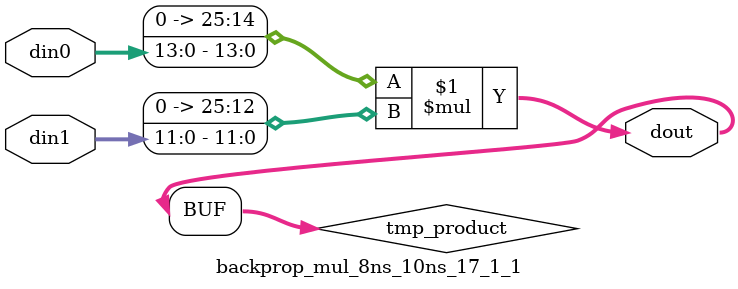
<source format=v>
 module backprop_mul_8ns_10ns_17_1_1(din0, din1, dout); 
parameter ID = 1;
parameter NUM_STAGE = 0;
parameter din0_WIDTH = 14;
parameter din1_WIDTH = 12;
parameter dout_WIDTH = 26;
input [din0_WIDTH - 1 : 0] din0; 
input [din1_WIDTH - 1 : 0] din1; 
output [dout_WIDTH - 1 : 0] dout;
wire signed [dout_WIDTH - 1 : 0] tmp_product;
assign tmp_product = $signed({1'b0, din0}) * $signed({1'b0, din1});
assign dout = tmp_product;
endmodule
</source>
